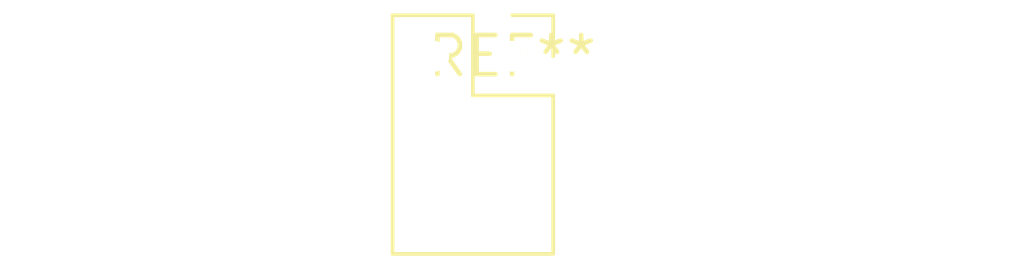
<source format=kicad_pcb>
(kicad_pcb (version 20240108) (generator pcbnew)
  (layers (0 "F.Cu" signal) (31 "B.Cu" signal) (34 "B.Paste" user) (35 "F.Paste" user) (36 "B.SilkS" user "B.Silkscreen") (37 "F.SilkS" user "F.Silkscreen") (38 "B.Mask" user) (39 "F.Mask" user) (44 "Edge.Cuts" user))
  (net 0 "")
  (footprint "PinSocket_2x03_P2.54mm_Vertical" (layer "F.Cu") (at 0 0)
    (property "Reference" "REF**")
    (property "Value" "PinSocket_2x03_P2.54mm_Vertical")
    (fp_line (start -3.87 -1.33) (end -3.87 6.41) (layer "F.SilkS") (stroke (width 0.12)))
    (fp_line (start -3.87 -1.33) (end -1.27 -1.33) (layer "F.SilkS") (stroke (width 0.12)))
    (fp_line (start -3.87 6.41) (end 1.33 6.41) (layer "F.SilkS") (stroke (width 0.12)))
    (fp_line (start -1.27 -1.33) (end -1.27 1.27) (layer "F.SilkS") (stroke (width 0.12)))
    (fp_line (start -1.27 1.27) (end 1.33 1.27) (layer "F.SilkS") (stroke (width 0.12)))
    (fp_line (start 0 -1.33) (end 1.33 -1.33) (layer "F.SilkS") (stroke (width 0.12)))
    (fp_line (start 1.33 -1.33) (end 1.33 0) (layer "F.SilkS") (stroke (width 0.12)))
    (fp_line (start 1.33 1.27) (end 1.33 6.41) (layer "F.SilkS") (stroke (width 0.12)))
    (pad "1" thru_hole rect (at 0 0) (size 1.7 1.7) (drill 1) (layers *.Cu *.Mask) (remove_unused_layers))
    (pad "2" thru_hole oval (at -2.54 0) (size 1.7 1.7) (drill 1) (layers *.Cu *.Mask) (remove_unused_layers))
    (pad "3" thru_hole oval (at 0 2.54) (size 1.7 1.7) (drill 1) (layers *.Cu *.Mask) (remove_unused_layers))
    (pad "4" thru_hole oval (at -2.54 2.54) (size 1.7 1.7) (drill 1) (layers *.Cu *.Mask) (remove_unused_layers))
    (pad "5" thru_hole oval (at 0 5.08) (size 1.7 1.7) (drill 1) (layers *.Cu *.Mask) (remove_unused_layers))
    (pad "6" thru_hole oval (at -2.54 5.08) (size 1.7 1.7) (drill 1) (layers *.Cu *.Mask) (remove_unused_layers))
  )
)
</source>
